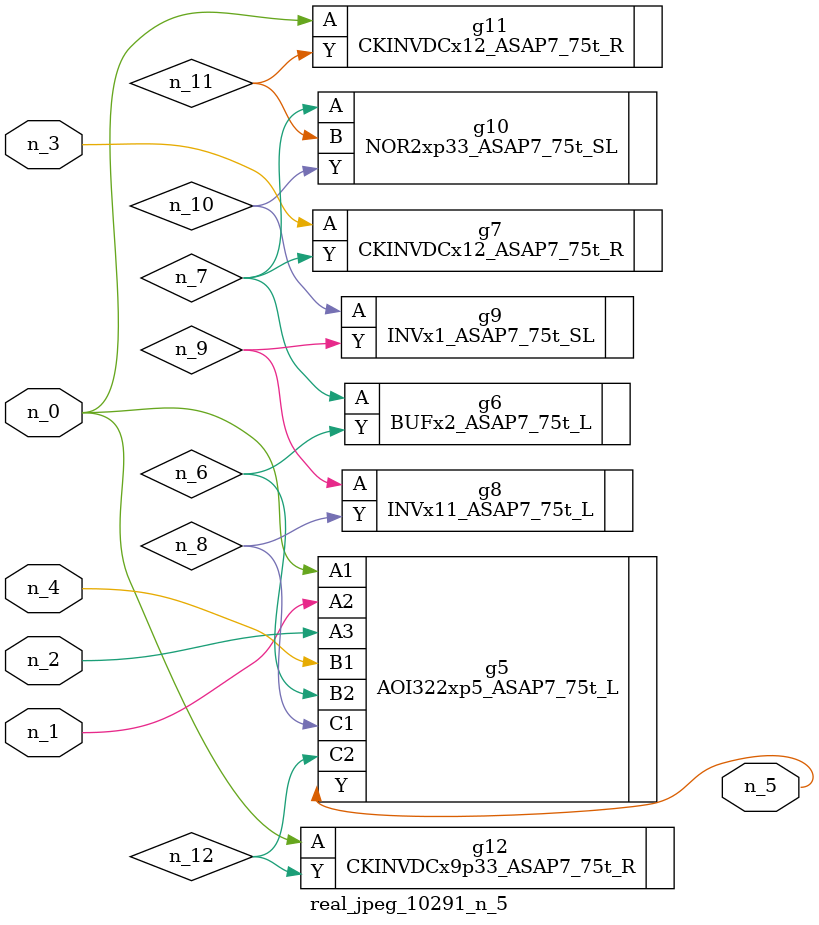
<source format=v>
module real_jpeg_10291_n_5 (n_4, n_0, n_1, n_2, n_3, n_5);

input n_4;
input n_0;
input n_1;
input n_2;
input n_3;

output n_5;

wire n_12;
wire n_8;
wire n_11;
wire n_6;
wire n_7;
wire n_10;
wire n_9;

AOI322xp5_ASAP7_75t_L g5 ( 
.A1(n_0),
.A2(n_1),
.A3(n_2),
.B1(n_4),
.B2(n_6),
.C1(n_8),
.C2(n_12),
.Y(n_5)
);

CKINVDCx12_ASAP7_75t_R g11 ( 
.A(n_0),
.Y(n_11)
);

CKINVDCx9p33_ASAP7_75t_R g12 ( 
.A(n_0),
.Y(n_12)
);

CKINVDCx12_ASAP7_75t_R g7 ( 
.A(n_3),
.Y(n_7)
);

BUFx2_ASAP7_75t_L g6 ( 
.A(n_7),
.Y(n_6)
);

NOR2xp33_ASAP7_75t_SL g10 ( 
.A(n_7),
.B(n_11),
.Y(n_10)
);

INVx11_ASAP7_75t_L g8 ( 
.A(n_9),
.Y(n_8)
);

INVx1_ASAP7_75t_SL g9 ( 
.A(n_10),
.Y(n_9)
);


endmodule
</source>
